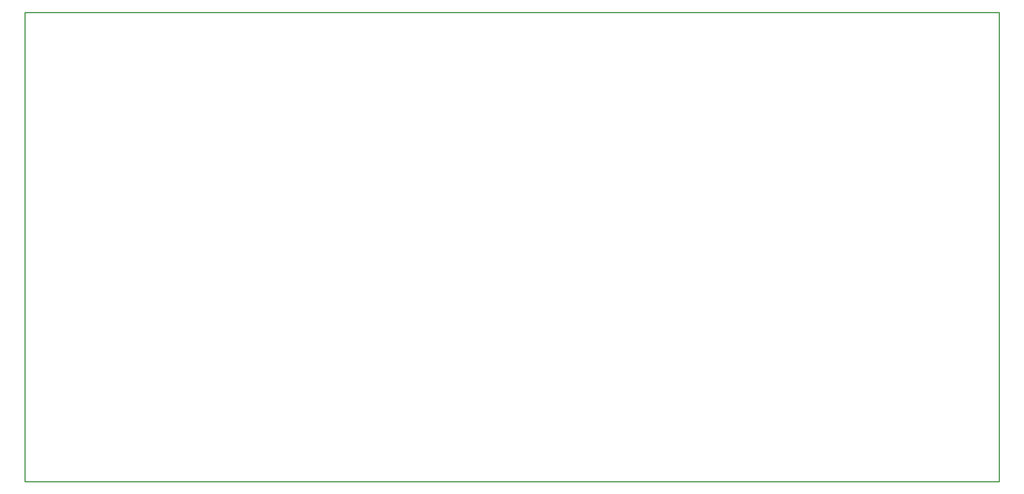
<source format=gm1>
G04*
G04 #@! TF.GenerationSoftware,Altium Limited,Altium Designer,19.1.5 (86)*
G04*
G04 Layer_Color=16711935*
%FSLAX25Y25*%
%MOIN*%
G70*
G01*
G75*
%ADD11C,0.01000*%
D11*
X862205Y415748D02*
X862205Y0D01*
X0D02*
X862205D01*
X-0Y415748D02*
X862205D01*
X-0D02*
X0Y0D01*
M02*

</source>
